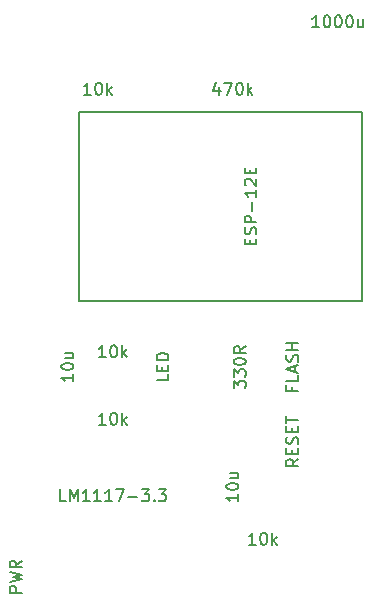
<source format=gbr>
G04 #@! TF.FileFunction,Other,Fab,Top*
%FSLAX46Y46*%
G04 Gerber Fmt 4.6, Leading zero omitted, Abs format (unit mm)*
G04 Created by KiCad (PCBNEW 4.0.1-stable) date Wednesday, 10 February 2016 'pmt' 16:49:47*
%MOMM*%
G01*
G04 APERTURE LIST*
%ADD10C,0.100000*%
%ADD11C,0.152400*%
%ADD12C,0.150000*%
G04 APERTURE END LIST*
D10*
D11*
X186200000Y-123950000D02*
X162200000Y-123950000D01*
X162200000Y-123950000D02*
X162200000Y-107950000D01*
X162200000Y-107950000D02*
X186200000Y-107950000D01*
X186200000Y-107950000D02*
X186200000Y-123950000D01*
D12*
X175712381Y-140342857D02*
X175712381Y-140914286D01*
X175712381Y-140628572D02*
X174712381Y-140628572D01*
X174855238Y-140723810D01*
X174950476Y-140819048D01*
X174998095Y-140914286D01*
X174712381Y-139723810D02*
X174712381Y-139628571D01*
X174760000Y-139533333D01*
X174807619Y-139485714D01*
X174902857Y-139438095D01*
X175093333Y-139390476D01*
X175331429Y-139390476D01*
X175521905Y-139438095D01*
X175617143Y-139485714D01*
X175664762Y-139533333D01*
X175712381Y-139628571D01*
X175712381Y-139723810D01*
X175664762Y-139819048D01*
X175617143Y-139866667D01*
X175521905Y-139914286D01*
X175331429Y-139961905D01*
X175093333Y-139961905D01*
X174902857Y-139914286D01*
X174807619Y-139866667D01*
X174760000Y-139819048D01*
X174712381Y-139723810D01*
X175045714Y-138533333D02*
X175712381Y-138533333D01*
X175045714Y-138961905D02*
X175569524Y-138961905D01*
X175664762Y-138914286D01*
X175712381Y-138819048D01*
X175712381Y-138676190D01*
X175664762Y-138580952D01*
X175617143Y-138533333D01*
X161742381Y-130182857D02*
X161742381Y-130754286D01*
X161742381Y-130468572D02*
X160742381Y-130468572D01*
X160885238Y-130563810D01*
X160980476Y-130659048D01*
X161028095Y-130754286D01*
X160742381Y-129563810D02*
X160742381Y-129468571D01*
X160790000Y-129373333D01*
X160837619Y-129325714D01*
X160932857Y-129278095D01*
X161123333Y-129230476D01*
X161361429Y-129230476D01*
X161551905Y-129278095D01*
X161647143Y-129325714D01*
X161694762Y-129373333D01*
X161742381Y-129468571D01*
X161742381Y-129563810D01*
X161694762Y-129659048D01*
X161647143Y-129706667D01*
X161551905Y-129754286D01*
X161361429Y-129801905D01*
X161123333Y-129801905D01*
X160932857Y-129754286D01*
X160837619Y-129706667D01*
X160790000Y-129659048D01*
X160742381Y-129563810D01*
X161075714Y-128373333D02*
X161742381Y-128373333D01*
X161075714Y-128801905D02*
X161599524Y-128801905D01*
X161694762Y-128754286D01*
X161742381Y-128659048D01*
X161742381Y-128516190D01*
X161694762Y-128420952D01*
X161647143Y-128373333D01*
X169802381Y-130182857D02*
X169802381Y-130659048D01*
X168802381Y-130659048D01*
X169278571Y-129849524D02*
X169278571Y-129516190D01*
X169802381Y-129373333D02*
X169802381Y-129849524D01*
X168802381Y-129849524D01*
X168802381Y-129373333D01*
X169802381Y-128944762D02*
X168802381Y-128944762D01*
X168802381Y-128706667D01*
X168850000Y-128563809D01*
X168945238Y-128468571D01*
X169040476Y-128420952D01*
X169230952Y-128373333D01*
X169373810Y-128373333D01*
X169564286Y-128420952D01*
X169659524Y-128468571D01*
X169754762Y-128563809D01*
X169802381Y-128706667D01*
X169802381Y-128944762D01*
X157372381Y-148653333D02*
X156372381Y-148653333D01*
X156372381Y-148272380D01*
X156420000Y-148177142D01*
X156467619Y-148129523D01*
X156562857Y-148081904D01*
X156705714Y-148081904D01*
X156800952Y-148129523D01*
X156848571Y-148177142D01*
X156896190Y-148272380D01*
X156896190Y-148653333D01*
X156372381Y-147748571D02*
X157372381Y-147510476D01*
X156658095Y-147319999D01*
X157372381Y-147129523D01*
X156372381Y-146891428D01*
X157372381Y-145939047D02*
X156896190Y-146272381D01*
X157372381Y-146510476D02*
X156372381Y-146510476D01*
X156372381Y-146129523D01*
X156420000Y-146034285D01*
X156467619Y-145986666D01*
X156562857Y-145939047D01*
X156705714Y-145939047D01*
X156800952Y-145986666D01*
X156848571Y-146034285D01*
X156896190Y-146129523D01*
X156896190Y-146510476D01*
X174093334Y-105825714D02*
X174093334Y-106492381D01*
X173855238Y-105444762D02*
X173617143Y-106159048D01*
X174236191Y-106159048D01*
X174521905Y-105492381D02*
X175188572Y-105492381D01*
X174760000Y-106492381D01*
X175760000Y-105492381D02*
X175855239Y-105492381D01*
X175950477Y-105540000D01*
X175998096Y-105587619D01*
X176045715Y-105682857D01*
X176093334Y-105873333D01*
X176093334Y-106111429D01*
X176045715Y-106301905D01*
X175998096Y-106397143D01*
X175950477Y-106444762D01*
X175855239Y-106492381D01*
X175760000Y-106492381D01*
X175664762Y-106444762D01*
X175617143Y-106397143D01*
X175569524Y-106301905D01*
X175521905Y-106111429D01*
X175521905Y-105873333D01*
X175569524Y-105682857D01*
X175617143Y-105587619D01*
X175664762Y-105540000D01*
X175760000Y-105492381D01*
X176521905Y-106492381D02*
X176521905Y-105492381D01*
X176617143Y-106111429D02*
X176902858Y-106492381D01*
X176902858Y-105825714D02*
X176521905Y-106206667D01*
X163234762Y-106492381D02*
X162663333Y-106492381D01*
X162949047Y-106492381D02*
X162949047Y-105492381D01*
X162853809Y-105635238D01*
X162758571Y-105730476D01*
X162663333Y-105778095D01*
X163853809Y-105492381D02*
X163949048Y-105492381D01*
X164044286Y-105540000D01*
X164091905Y-105587619D01*
X164139524Y-105682857D01*
X164187143Y-105873333D01*
X164187143Y-106111429D01*
X164139524Y-106301905D01*
X164091905Y-106397143D01*
X164044286Y-106444762D01*
X163949048Y-106492381D01*
X163853809Y-106492381D01*
X163758571Y-106444762D01*
X163710952Y-106397143D01*
X163663333Y-106301905D01*
X163615714Y-106111429D01*
X163615714Y-105873333D01*
X163663333Y-105682857D01*
X163710952Y-105587619D01*
X163758571Y-105540000D01*
X163853809Y-105492381D01*
X164615714Y-106492381D02*
X164615714Y-105492381D01*
X164710952Y-106111429D02*
X164996667Y-106492381D01*
X164996667Y-105825714D02*
X164615714Y-106206667D01*
X177204762Y-144592381D02*
X176633333Y-144592381D01*
X176919047Y-144592381D02*
X176919047Y-143592381D01*
X176823809Y-143735238D01*
X176728571Y-143830476D01*
X176633333Y-143878095D01*
X177823809Y-143592381D02*
X177919048Y-143592381D01*
X178014286Y-143640000D01*
X178061905Y-143687619D01*
X178109524Y-143782857D01*
X178157143Y-143973333D01*
X178157143Y-144211429D01*
X178109524Y-144401905D01*
X178061905Y-144497143D01*
X178014286Y-144544762D01*
X177919048Y-144592381D01*
X177823809Y-144592381D01*
X177728571Y-144544762D01*
X177680952Y-144497143D01*
X177633333Y-144401905D01*
X177585714Y-144211429D01*
X177585714Y-143973333D01*
X177633333Y-143782857D01*
X177680952Y-143687619D01*
X177728571Y-143640000D01*
X177823809Y-143592381D01*
X178585714Y-144592381D02*
X178585714Y-143592381D01*
X178680952Y-144211429D02*
X178966667Y-144592381D01*
X178966667Y-143925714D02*
X178585714Y-144306667D01*
X175342381Y-131325714D02*
X175342381Y-130706666D01*
X175723333Y-131040000D01*
X175723333Y-130897142D01*
X175770952Y-130801904D01*
X175818571Y-130754285D01*
X175913810Y-130706666D01*
X176151905Y-130706666D01*
X176247143Y-130754285D01*
X176294762Y-130801904D01*
X176342381Y-130897142D01*
X176342381Y-131182857D01*
X176294762Y-131278095D01*
X176247143Y-131325714D01*
X175342381Y-130373333D02*
X175342381Y-129754285D01*
X175723333Y-130087619D01*
X175723333Y-129944761D01*
X175770952Y-129849523D01*
X175818571Y-129801904D01*
X175913810Y-129754285D01*
X176151905Y-129754285D01*
X176247143Y-129801904D01*
X176294762Y-129849523D01*
X176342381Y-129944761D01*
X176342381Y-130230476D01*
X176294762Y-130325714D01*
X176247143Y-130373333D01*
X175342381Y-129135238D02*
X175342381Y-129039999D01*
X175390000Y-128944761D01*
X175437619Y-128897142D01*
X175532857Y-128849523D01*
X175723333Y-128801904D01*
X175961429Y-128801904D01*
X176151905Y-128849523D01*
X176247143Y-128897142D01*
X176294762Y-128944761D01*
X176342381Y-129039999D01*
X176342381Y-129135238D01*
X176294762Y-129230476D01*
X176247143Y-129278095D01*
X176151905Y-129325714D01*
X175961429Y-129373333D01*
X175723333Y-129373333D01*
X175532857Y-129325714D01*
X175437619Y-129278095D01*
X175390000Y-129230476D01*
X175342381Y-129135238D01*
X176342381Y-127801904D02*
X175866190Y-128135238D01*
X176342381Y-128373333D02*
X175342381Y-128373333D01*
X175342381Y-127992380D01*
X175390000Y-127897142D01*
X175437619Y-127849523D01*
X175532857Y-127801904D01*
X175675714Y-127801904D01*
X175770952Y-127849523D01*
X175818571Y-127897142D01*
X175866190Y-127992380D01*
X175866190Y-128373333D01*
X164504762Y-134432381D02*
X163933333Y-134432381D01*
X164219047Y-134432381D02*
X164219047Y-133432381D01*
X164123809Y-133575238D01*
X164028571Y-133670476D01*
X163933333Y-133718095D01*
X165123809Y-133432381D02*
X165219048Y-133432381D01*
X165314286Y-133480000D01*
X165361905Y-133527619D01*
X165409524Y-133622857D01*
X165457143Y-133813333D01*
X165457143Y-134051429D01*
X165409524Y-134241905D01*
X165361905Y-134337143D01*
X165314286Y-134384762D01*
X165219048Y-134432381D01*
X165123809Y-134432381D01*
X165028571Y-134384762D01*
X164980952Y-134337143D01*
X164933333Y-134241905D01*
X164885714Y-134051429D01*
X164885714Y-133813333D01*
X164933333Y-133622857D01*
X164980952Y-133527619D01*
X165028571Y-133480000D01*
X165123809Y-133432381D01*
X165885714Y-134432381D02*
X165885714Y-133432381D01*
X165980952Y-134051429D02*
X166266667Y-134432381D01*
X166266667Y-133765714D02*
X165885714Y-134146667D01*
X164504762Y-128722381D02*
X163933333Y-128722381D01*
X164219047Y-128722381D02*
X164219047Y-127722381D01*
X164123809Y-127865238D01*
X164028571Y-127960476D01*
X163933333Y-128008095D01*
X165123809Y-127722381D02*
X165219048Y-127722381D01*
X165314286Y-127770000D01*
X165361905Y-127817619D01*
X165409524Y-127912857D01*
X165457143Y-128103333D01*
X165457143Y-128341429D01*
X165409524Y-128531905D01*
X165361905Y-128627143D01*
X165314286Y-128674762D01*
X165219048Y-128722381D01*
X165123809Y-128722381D01*
X165028571Y-128674762D01*
X164980952Y-128627143D01*
X164933333Y-128531905D01*
X164885714Y-128341429D01*
X164885714Y-128103333D01*
X164933333Y-127912857D01*
X164980952Y-127817619D01*
X165028571Y-127770000D01*
X165123809Y-127722381D01*
X165885714Y-128722381D02*
X165885714Y-127722381D01*
X165980952Y-128341429D02*
X166266667Y-128722381D01*
X166266667Y-128055714D02*
X165885714Y-128436667D01*
X180792381Y-137342381D02*
X180316190Y-137675715D01*
X180792381Y-137913810D02*
X179792381Y-137913810D01*
X179792381Y-137532857D01*
X179840000Y-137437619D01*
X179887619Y-137390000D01*
X179982857Y-137342381D01*
X180125714Y-137342381D01*
X180220952Y-137390000D01*
X180268571Y-137437619D01*
X180316190Y-137532857D01*
X180316190Y-137913810D01*
X180268571Y-136913810D02*
X180268571Y-136580476D01*
X180792381Y-136437619D02*
X180792381Y-136913810D01*
X179792381Y-136913810D01*
X179792381Y-136437619D01*
X180744762Y-136056667D02*
X180792381Y-135913810D01*
X180792381Y-135675714D01*
X180744762Y-135580476D01*
X180697143Y-135532857D01*
X180601905Y-135485238D01*
X180506667Y-135485238D01*
X180411429Y-135532857D01*
X180363810Y-135580476D01*
X180316190Y-135675714D01*
X180268571Y-135866191D01*
X180220952Y-135961429D01*
X180173333Y-136009048D01*
X180078095Y-136056667D01*
X179982857Y-136056667D01*
X179887619Y-136009048D01*
X179840000Y-135961429D01*
X179792381Y-135866191D01*
X179792381Y-135628095D01*
X179840000Y-135485238D01*
X180268571Y-135056667D02*
X180268571Y-134723333D01*
X180792381Y-134580476D02*
X180792381Y-135056667D01*
X179792381Y-135056667D01*
X179792381Y-134580476D01*
X179792381Y-134294762D02*
X179792381Y-133723333D01*
X180792381Y-134009048D02*
X179792381Y-134009048D01*
X180268571Y-131230476D02*
X180268571Y-131563810D01*
X180792381Y-131563810D02*
X179792381Y-131563810D01*
X179792381Y-131087619D01*
X180792381Y-130230476D02*
X180792381Y-130706667D01*
X179792381Y-130706667D01*
X180506667Y-129944762D02*
X180506667Y-129468571D01*
X180792381Y-130040000D02*
X179792381Y-129706667D01*
X180792381Y-129373333D01*
X180744762Y-129087619D02*
X180792381Y-128944762D01*
X180792381Y-128706666D01*
X180744762Y-128611428D01*
X180697143Y-128563809D01*
X180601905Y-128516190D01*
X180506667Y-128516190D01*
X180411429Y-128563809D01*
X180363810Y-128611428D01*
X180316190Y-128706666D01*
X180268571Y-128897143D01*
X180220952Y-128992381D01*
X180173333Y-129040000D01*
X180078095Y-129087619D01*
X179982857Y-129087619D01*
X179887619Y-129040000D01*
X179840000Y-128992381D01*
X179792381Y-128897143D01*
X179792381Y-128659047D01*
X179840000Y-128516190D01*
X180792381Y-128087619D02*
X179792381Y-128087619D01*
X180268571Y-128087619D02*
X180268571Y-127516190D01*
X180792381Y-127516190D02*
X179792381Y-127516190D01*
X161123810Y-140914381D02*
X160647619Y-140914381D01*
X160647619Y-139914381D01*
X161457143Y-140914381D02*
X161457143Y-139914381D01*
X161790477Y-140628667D01*
X162123810Y-139914381D01*
X162123810Y-140914381D01*
X163123810Y-140914381D02*
X162552381Y-140914381D01*
X162838095Y-140914381D02*
X162838095Y-139914381D01*
X162742857Y-140057238D01*
X162647619Y-140152476D01*
X162552381Y-140200095D01*
X164076191Y-140914381D02*
X163504762Y-140914381D01*
X163790476Y-140914381D02*
X163790476Y-139914381D01*
X163695238Y-140057238D01*
X163600000Y-140152476D01*
X163504762Y-140200095D01*
X165028572Y-140914381D02*
X164457143Y-140914381D01*
X164742857Y-140914381D02*
X164742857Y-139914381D01*
X164647619Y-140057238D01*
X164552381Y-140152476D01*
X164457143Y-140200095D01*
X165361905Y-139914381D02*
X166028572Y-139914381D01*
X165600000Y-140914381D01*
X166409524Y-140533429D02*
X167171429Y-140533429D01*
X167552381Y-139914381D02*
X168171429Y-139914381D01*
X167838095Y-140295333D01*
X167980953Y-140295333D01*
X168076191Y-140342952D01*
X168123810Y-140390571D01*
X168171429Y-140485810D01*
X168171429Y-140723905D01*
X168123810Y-140819143D01*
X168076191Y-140866762D01*
X167980953Y-140914381D01*
X167695238Y-140914381D01*
X167600000Y-140866762D01*
X167552381Y-140819143D01*
X168600000Y-140819143D02*
X168647619Y-140866762D01*
X168600000Y-140914381D01*
X168552381Y-140866762D01*
X168600000Y-140819143D01*
X168600000Y-140914381D01*
X168980952Y-139914381D02*
X169600000Y-139914381D01*
X169266666Y-140295333D01*
X169409524Y-140295333D01*
X169504762Y-140342952D01*
X169552381Y-140390571D01*
X169600000Y-140485810D01*
X169600000Y-140723905D01*
X169552381Y-140819143D01*
X169504762Y-140866762D01*
X169409524Y-140914381D01*
X169123809Y-140914381D01*
X169028571Y-140866762D01*
X168980952Y-140819143D01*
X176728571Y-119164286D02*
X176728571Y-118830952D01*
X177252381Y-118688095D02*
X177252381Y-119164286D01*
X176252381Y-119164286D01*
X176252381Y-118688095D01*
X177204762Y-118307143D02*
X177252381Y-118164286D01*
X177252381Y-117926190D01*
X177204762Y-117830952D01*
X177157143Y-117783333D01*
X177061905Y-117735714D01*
X176966667Y-117735714D01*
X176871429Y-117783333D01*
X176823810Y-117830952D01*
X176776190Y-117926190D01*
X176728571Y-118116667D01*
X176680952Y-118211905D01*
X176633333Y-118259524D01*
X176538095Y-118307143D01*
X176442857Y-118307143D01*
X176347619Y-118259524D01*
X176300000Y-118211905D01*
X176252381Y-118116667D01*
X176252381Y-117878571D01*
X176300000Y-117735714D01*
X177252381Y-117307143D02*
X176252381Y-117307143D01*
X176252381Y-116926190D01*
X176300000Y-116830952D01*
X176347619Y-116783333D01*
X176442857Y-116735714D01*
X176585714Y-116735714D01*
X176680952Y-116783333D01*
X176728571Y-116830952D01*
X176776190Y-116926190D01*
X176776190Y-117307143D01*
X176871429Y-116307143D02*
X176871429Y-115545238D01*
X177252381Y-114545238D02*
X177252381Y-115116667D01*
X177252381Y-114830953D02*
X176252381Y-114830953D01*
X176395238Y-114926191D01*
X176490476Y-115021429D01*
X176538095Y-115116667D01*
X176347619Y-114164286D02*
X176300000Y-114116667D01*
X176252381Y-114021429D01*
X176252381Y-113783333D01*
X176300000Y-113688095D01*
X176347619Y-113640476D01*
X176442857Y-113592857D01*
X176538095Y-113592857D01*
X176680952Y-113640476D01*
X177252381Y-114211905D01*
X177252381Y-113592857D01*
X176728571Y-113164286D02*
X176728571Y-112830952D01*
X177252381Y-112688095D02*
X177252381Y-113164286D01*
X176252381Y-113164286D01*
X176252381Y-112688095D01*
X182554762Y-100782381D02*
X181983333Y-100782381D01*
X182269047Y-100782381D02*
X182269047Y-99782381D01*
X182173809Y-99925238D01*
X182078571Y-100020476D01*
X181983333Y-100068095D01*
X183173809Y-99782381D02*
X183269048Y-99782381D01*
X183364286Y-99830000D01*
X183411905Y-99877619D01*
X183459524Y-99972857D01*
X183507143Y-100163333D01*
X183507143Y-100401429D01*
X183459524Y-100591905D01*
X183411905Y-100687143D01*
X183364286Y-100734762D01*
X183269048Y-100782381D01*
X183173809Y-100782381D01*
X183078571Y-100734762D01*
X183030952Y-100687143D01*
X182983333Y-100591905D01*
X182935714Y-100401429D01*
X182935714Y-100163333D01*
X182983333Y-99972857D01*
X183030952Y-99877619D01*
X183078571Y-99830000D01*
X183173809Y-99782381D01*
X184126190Y-99782381D02*
X184221429Y-99782381D01*
X184316667Y-99830000D01*
X184364286Y-99877619D01*
X184411905Y-99972857D01*
X184459524Y-100163333D01*
X184459524Y-100401429D01*
X184411905Y-100591905D01*
X184364286Y-100687143D01*
X184316667Y-100734762D01*
X184221429Y-100782381D01*
X184126190Y-100782381D01*
X184030952Y-100734762D01*
X183983333Y-100687143D01*
X183935714Y-100591905D01*
X183888095Y-100401429D01*
X183888095Y-100163333D01*
X183935714Y-99972857D01*
X183983333Y-99877619D01*
X184030952Y-99830000D01*
X184126190Y-99782381D01*
X185078571Y-99782381D02*
X185173810Y-99782381D01*
X185269048Y-99830000D01*
X185316667Y-99877619D01*
X185364286Y-99972857D01*
X185411905Y-100163333D01*
X185411905Y-100401429D01*
X185364286Y-100591905D01*
X185316667Y-100687143D01*
X185269048Y-100734762D01*
X185173810Y-100782381D01*
X185078571Y-100782381D01*
X184983333Y-100734762D01*
X184935714Y-100687143D01*
X184888095Y-100591905D01*
X184840476Y-100401429D01*
X184840476Y-100163333D01*
X184888095Y-99972857D01*
X184935714Y-99877619D01*
X184983333Y-99830000D01*
X185078571Y-99782381D01*
X186269048Y-100115714D02*
X186269048Y-100782381D01*
X185840476Y-100115714D02*
X185840476Y-100639524D01*
X185888095Y-100734762D01*
X185983333Y-100782381D01*
X186126191Y-100782381D01*
X186221429Y-100734762D01*
X186269048Y-100687143D01*
M02*

</source>
